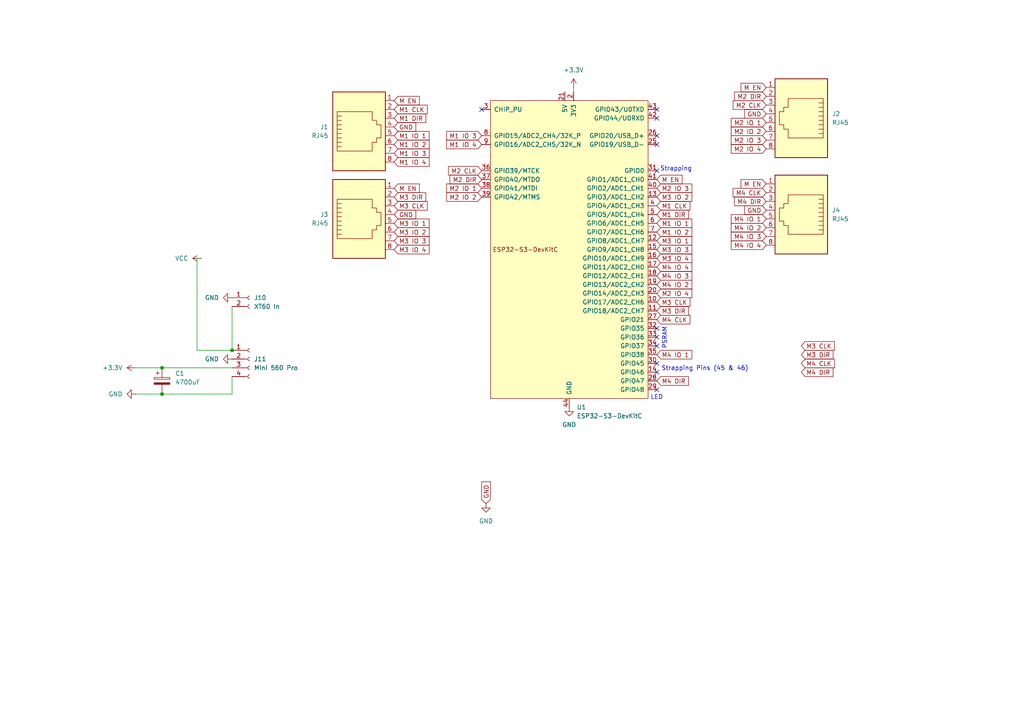
<source format=kicad_sch>
(kicad_sch (version 20231120) (generator "eeschema") (generator_version "8.0")
  (paper "A4")
  (lib_symbols
    (symbol "Connector:Conn_01x02_Socket" (pin_names (offset 1.016) hide)
      (property "Reference" "J" (at 0 2.54 0))
      (property "Value" "Conn_01x02_Socket" (at 0 -5.08 0))
      (symbol "Conn_01x02_Socket_1_1"
        (arc (start 0 -2.032) (mid -0.5058 -2.54) (end 0 -3.048) (stroke (width 0.1524)))
        (polyline (pts (xy -1.27 -2.54) (xy -0.508 -2.54)) (stroke (width 0.1524)))
        (polyline (pts (xy -1.27 0) (xy -0.508 0)) (stroke (width 0.1524)))
        (arc (start 0 0.508) (mid -0.5058 0) (end 0 -0.508) (stroke (width 0.1524)))
        (pin passive line (at -5.08 0 0) (length 3.81) (name "Pin_1") (number "1"))
        (pin passive line (at -5.08 -2.54 0) (length 3.81) (name "Pin_2") (number "2"))
      )
    )
    (symbol "Connector:Conn_01x04_Socket" (pin_names (offset 1.016) hide)
      (property "Reference" "J" (at 0 5.08 0))
      (property "Value" "Conn_01x04_Socket" (at 0 -7.62 0))
      (symbol "Conn_01x04_Socket_1_1"
        (arc (start 0 -4.572) (mid -0.5058 -5.08) (end 0 -5.588) (stroke (width 0.1524)))
        (arc (start 0 -2.032) (mid -0.5058 -2.54) (end 0 -3.048) (stroke (width 0.1524)))
        (polyline (pts (xy -1.27 -5.08) (xy -0.508 -5.08)) (stroke (width 0.1524)))
        (polyline (pts (xy -1.27 -2.54) (xy -0.508 -2.54)) (stroke (width 0.1524)))
        (polyline (pts (xy -1.27 0) (xy -0.508 0)) (stroke (width 0.1524)))
        (polyline (pts (xy -1.27 2.54) (xy -0.508 2.54)) (stroke (width 0.1524)))
        (arc (start 0 0.508) (mid -0.5058 0) (end 0 -0.508) (stroke (width 0.1524)))
        (arc (start 0 3.048) (mid -0.5058 2.54) (end 0 2.032) (stroke (width 0.1524)))
        (pin passive line (at -5.08 2.54 0) (length 3.81) (name "Pin_1") (number "1"))
        (pin passive line (at -5.08 0 0) (length 3.81) (name "Pin_2") (number "2"))
        (pin passive line (at -5.08 -2.54 0) (length 3.81) (name "Pin_3") (number "3"))
        (pin passive line (at -5.08 -5.08 0) (length 3.81) (name "Pin_4") (number "4"))
      )
    )
    (symbol "Connector:RJ45" (pin_names (offset 1.016))
      (property "Reference" "J" (at -5.08 13.97 0))
      (property "Value" "RJ45" (at 2.54 13.97 0))
      (symbol "RJ45_0_1"
        (polyline (pts (xy -5.08 4.445) (xy -6.35 4.445)))
        (polyline (pts (xy -5.08 5.715) (xy -6.35 5.715)))
        (polyline (pts (xy -6.35 -3.175) (xy -5.08 -3.175) (xy -5.08 -3.175)))
        (polyline (pts (xy -6.35 -1.905) (xy -5.08 -1.905) (xy -5.08 -1.905)))
        (polyline (pts (xy -6.35 -0.635) (xy -5.08 -0.635) (xy -5.08 -0.635)))
        (polyline (pts (xy -6.35 0.635) (xy -5.08 0.635) (xy -5.08 0.635)))
        (polyline (pts (xy -6.35 1.905) (xy -5.08 1.905) (xy -5.08 1.905)))
        (polyline (pts (xy -5.08 3.175) (xy -6.35 3.175) (xy -6.35 3.175)))
        (polyline (pts (xy -6.35 -4.445) (xy -6.35 6.985) (xy 3.81 6.985) (xy 3.81 4.445) (xy 5.08 4.445) (xy 5.08 3.175) (xy 6.35 3.175) (xy 6.35 -0.635) (xy 5.08 -0.635) (xy 5.08 -1.905) (xy 3.81 -1.905) (xy 3.81 -4.445) (xy -6.35 -4.445) (xy -6.35 -4.445)))
        (rectangle (start 7.62 12.7) (end -7.62 -10.16) (stroke (width 0.254)) (fill (type background)))
      )
      (symbol "RJ45_1_1"
        (pin passive line (at 10.16 -7.62 180) (length 2.54) (name "~") (number "1"))
        (pin passive line (at 10.16 -5.08 180) (length 2.54) (name "~") (number "2"))
        (pin passive line (at 10.16 -2.54 180) (length 2.54) (name "~") (number "3"))
        (pin passive line (at 10.16 0 180) (length 2.54) (name "~") (number "4"))
        (pin passive line (at 10.16 2.54 180) (length 2.54) (name "~") (number "5"))
        (pin passive line (at 10.16 5.08 180) (length 2.54) (name "~") (number "6"))
        (pin passive line (at 10.16 7.62 180) (length 2.54) (name "~") (number "7"))
        (pin passive line (at 10.16 10.16 180) (length 2.54) (name "~") (number "8"))
      )
    )
    (symbol "Device:C_Polarized" (pin_numbers hide) (pin_names (offset 0.254))
      (property "Reference" "C" (at 0.635 2.54 0))
      (property "Value" "C_Polarized" (at 0.635 -2.54 0))
      (symbol "C_Polarized_0_1"
        (rectangle (start -2.286 0.508) (end 2.286 1.016))
        (polyline (pts (xy -1.778 2.286) (xy -0.762 2.286)))
        (polyline (pts (xy -1.27 2.794) (xy -1.27 1.778)))
        (rectangle (start 2.286 -0.508) (end -2.286 -1.016) (fill (type outline)))
      )
      (symbol "C_Polarized_1_1"
        (pin passive line (at 0 3.81 270) (length 2.794) (name "~") (number "1"))
        (pin passive line (at 0 -3.81 90) (length 2.794) (name "~") (number "2"))
      )
    )
    (symbol "PCM_Espressif:ESP32-S3-DevKitC" (pin_names (offset 1.016))
      (property "Reference" "U" (at -22.86 48.26 0))
      (property "Value" "ESP32-S3-DevKitC" (at -22.86 45.72 0))
      (symbol "ESP32-S3-DevKitC_0_0"
        (text "ESP32-S3-DevKitC" (at -12.7 0 0) (effects (font (size 1.27 1.27))))
        (pin bidirectional line (at 25.4 -35.56 180) (length 2.54) (name "GPIO46") (number "14"))
        (pin bidirectional line (at 25.4 -10.16 180) (length 2.54) (name "GPIO13/ADC2_CH2") (number "19"))
        (pin bidirectional line (at -25.4 15.24 0) (length 2.54) (name "GPIO42/MTMS") (number "39"))
        (pin bidirectional line (at 25.4 17.78 180) (length 2.54) (name "GPIO2/ADC1_CH1") (number "40"))
        (pin bidirectional line (at 25.4 20.32 180) (length 2.54) (name "GPIO1/ADC1_CH0") (number "41"))
        (pin bidirectional line (at 25.4 38.1 180) (length 2.54) (name "GPIO44/U0RXD") (number "42"))
        (pin bidirectional line (at 25.4 40.64 180) (length 2.54) (name "GPIO43/U0TXD") (number "43"))
        (pin power_in line (at 0 -45.72 90) (length 2.54) (name "GND") (number "44"))
      )
      (symbol "ESP32-S3-DevKitC_0_1"
        (rectangle (start -22.86 43.18) (end 22.86 -43.18) (fill (type background)))
        (pin power_in line (at 1.27 45.72 270) (length 2.54) (name "3V3") (number "2"))
      )
      (symbol "ESP32-S3-DevKitC_1_1"
        (pin passive line (at 1.27 45.72 270) (length 2.54) hide (name "3V3") (number "1"))
        (pin bidirectional line (at 25.4 -15.24 180) (length 2.54) (name "GPIO17/ADC2_CH6") (number "10"))
        (pin bidirectional line (at 25.4 -17.78 180) (length 2.54) (name "GPIO18/ADC2_CH7") (number "11"))
        (pin bidirectional line (at 25.4 2.54 180) (length 2.54) (name "GPIO8/ADC1_CH7") (number "12"))
        (pin bidirectional line (at 25.4 15.24 180) (length 2.54) (name "GPIO3/ADC1_CH2") (number "13"))
        (pin bidirectional line (at 25.4 0 180) (length 2.54) (name "GPIO9/ADC1_CH8") (number "15"))
        (pin bidirectional line (at 25.4 -2.54 180) (length 2.54) (name "GPIO10/ADC1_CH9") (number "16"))
        (pin bidirectional line (at 25.4 -5.08 180) (length 2.54) (name "GPIO11/ADC2_CH0") (number "17"))
        (pin bidirectional line (at 25.4 -7.62 180) (length 2.54) (name "GPIO12/ADC2_CH1") (number "18"))
        (pin bidirectional line (at 25.4 -12.7 180) (length 2.54) (name "GPIO14/ADC2_CH3") (number "20"))
        (pin power_in line (at -1.27 45.72 270) (length 2.54) (name "5V") (number "21"))
        (pin passive line (at 0 -45.72 90) (length 2.54) hide (name "GND") (number "22"))
        (pin passive line (at 0 -45.72 90) (length 2.54) hide (name "GND") (number "23"))
        (pin passive line (at 0 -45.72 90) (length 2.54) hide (name "GND") (number "24"))
        (pin bidirectional line (at 25.4 30.48 180) (length 2.54) (name "GPIO19/USB_D-") (number "25"))
        (pin bidirectional line (at 25.4 33.02 180) (length 2.54) (name "GPIO20/USB_D+") (number "26"))
        (pin bidirectional line (at 25.4 -20.32 180) (length 2.54) (name "GPIO21") (number "27"))
        (pin bidirectional line (at 25.4 -38.1 180) (length 2.54) (name "GPIO47") (number "28"))
        (pin bidirectional line (at 25.4 -40.64 180) (length 2.54) (name "GPIO48") (number "29"))
        (pin input line (at -25.4 40.64 0) (length 2.54) (name "CHIP_PU") (number "3"))
        (pin bidirectional line (at 25.4 -33.02 180) (length 2.54) (name "GPIO45") (number "30"))
        (pin bidirectional line (at 25.4 22.86 180) (length 2.54) (name "GPIO0") (number "31"))
        (pin bidirectional line (at 25.4 -22.86 180) (length 2.54) (name "GPIO35") (number "32"))
        (pin bidirectional line (at 25.4 -25.4 180) (length 2.54) (name "GPIO36") (number "33"))
        (pin bidirectional line (at 25.4 -27.94 180) (length 2.54) (name "GPIO37") (number "34"))
        (pin bidirectional line (at 25.4 -30.48 180) (length 2.54) (name "GPIO38") (number "35"))
        (pin bidirectional line (at -25.4 22.86 0) (length 2.54) (name "GPIO39/MTCK") (number "36"))
        (pin bidirectional line (at -25.4 20.32 0) (length 2.54) (name "GPIO40/MTDO") (number "37"))
        (pin bidirectional line (at -25.4 17.78 0) (length 2.54) (name "GPIO41/MTDI") (number "38"))
        (pin bidirectional line (at 25.4 12.7 180) (length 2.54) (name "GPIO4/ADC1_CH3") (number "4"))
        (pin bidirectional line (at 25.4 10.16 180) (length 2.54) (name "GPIO5/ADC1_CH4") (number "5"))
        (pin bidirectional line (at 25.4 7.62 180) (length 2.54) (name "GPIO6/ADC1_CH5") (number "6"))
        (pin bidirectional line (at 25.4 5.08 180) (length 2.54) (name "GPIO7/ADC1_CH6") (number "7"))
        (pin bidirectional line (at -25.4 33.02 0) (length 2.54) (name "GPIO15/ADC2_CH4/32K_P") (number "8"))
        (pin bidirectional line (at -25.4 30.48 0) (length 2.54) (name "GPIO16/ADC2_CH5/32K_N") (number "9"))
      )
    )
    (symbol "power:+3.3V" (power) (pin_numbers hide) (pin_names (offset 0) hide)
      (property "Value" "+3.3V" (at 0 3.556 0))
      (symbol "+3.3V_0_1"
        (polyline (pts (xy -0.762 1.27) (xy 0 2.54)))
        (polyline (pts (xy 0 0) (xy 0 2.54)))
        (polyline (pts (xy 0 2.54) (xy 0.762 1.27)))
      )
      (symbol "+3.3V_1_1"
        (pin power_in line (at 0 0 90) (length 0) (name "~") (number "1"))
      )
    )
    (symbol "power:GND" (power) (pin_numbers hide) (pin_names (offset 0) hide)
      (property "Value" "GND" (at 0 -3.81 0))
      (symbol "GND_0_1"
        (polyline (pts (xy 0 0) (xy 0 -1.27) (xy 1.27 -1.27) (xy 0 -2.54) (xy -1.27 -1.27) (xy 0 -1.27)))
      )
      (symbol "GND_1_1"
        (pin power_in line (at 0 0 270) (length 0) (name "~") (number "1"))
      )
    )
    (symbol "power:VCC" (power) (pin_numbers hide) (pin_names (offset 0) hide)
      (property "Value" "VCC" (at 0 3.556 0))
      (symbol "VCC_0_1"
        (polyline (pts (xy -0.762 1.27) (xy 0 2.54)))
        (polyline (pts (xy 0 0) (xy 0 2.54)))
        (polyline (pts (xy 0 2.54) (xy 0.762 1.27)))
      )
      (symbol "VCC_1_1"
        (pin power_in line (at 0 0 90) (length 0) (name "~") (number "1"))
      )
    )
  )
  (junction (at 46.99 114.3))
  (junction (at 67.31 101.6))
  (junction (at 46.99 106.68))
  (no_connect (at 190.5 31.75))
  (no_connect (at 139.7 31.75))
  (no_connect (at 190.5 97.79))
  (no_connect (at 190.5 49.53))
  (no_connect (at 190.5 113.03))
  (no_connect (at 190.5 107.95))
  (no_connect (at 190.5 95.25))
  (no_connect (at 190.5 39.37))
  (no_connect (at 190.5 100.33))
  (no_connect (at 190.5 34.29))
  (no_connect (at 190.5 41.91))
  (no_connect (at 190.5 105.41))
  (wire (pts (xy 39.37 114.3) (xy 46.99 114.3)))
  (wire (pts (xy 39.37 106.68) (xy 46.99 106.68)))
  (wire (pts (xy 166.37 25.4) (xy 166.37 26.67)))
  (wire (pts (xy 67.31 114.3) (xy 67.31 109.22)))
  (wire (pts (xy 57.15 74.93) (xy 58.42 74.93)))
  (wire (pts (xy 46.99 114.3) (xy 67.31 114.3)))
  (wire (pts (xy 67.31 88.9) (xy 67.31 101.6)))
  (wire (pts (xy 57.15 74.93) (xy 57.15 101.6)))
  (wire (pts (xy 67.31 101.6) (xy 57.15 101.6)))
  (wire (pts (xy 46.99 106.68) (xy 67.31 106.68)))
  (text "LED\n" (at 190.5 115.316 0) (effects (font (size 1.27 1.27))))
  (text "Strapping Pins (45 & 46)" (at 204.47 106.934 0) (effects (font (size 1.27 1.27))))
  (text "PSRAM" (at 192.786 98.044 90) (effects (font (size 1.27 1.27))))
  (text "Strapping" (at 196.088 49.022 0) (effects (font (size 1.27 1.27))))
  (global_label "M2 IO 3" (shape input) (at 190.5 54.61 0) (property "Intersheetrefs" "${INTERSHEET_REFS}" (effects (hide yes))))
  (global_label "M3 DIR" (shape input) (at 190.5 90.17 0) (property "Intersheetrefs" "${INTERSHEET_REFS}" (effects (hide yes))))
  (global_label "M2 CLK" (shape input) (at 139.7 49.53 180) (property "Intersheetrefs" "${INTERSHEET_REFS}" (effects (hide yes))))
  (global_label "M2 IO 1" (shape input) (at 139.7 54.61 180) (property "Intersheetrefs" "${INTERSHEET_REFS}" (effects (hide yes))))
  (global_label "M4 IO 2" (shape input) (at 190.5 82.55 0) (property "Intersheetrefs" "${INTERSHEET_REFS}" (effects (hide yes))))
  (global_label "M2 IO 4" (shape input) (at 190.5 85.09 0) (property "Intersheetrefs" "${INTERSHEET_REFS}" (effects (hide yes))))
  (global_label "M EN" (shape input) (at 222.25 25.4 180) (property "Intersheetrefs" "${INTERSHEET_REFS}" (effects (hide yes))))
  (global_label "M2 IO 4" (shape input) (at 222.25 43.18 180) (property "Intersheetrefs" "${INTERSHEET_REFS}" (effects (hide yes))))
  (global_label "M EN" (shape input) (at 114.3 54.61 0) (property "Intersheetrefs" "${INTERSHEET_REFS}" (effects (hide yes))))
  (global_label "M3 IO 4" (shape input) (at 114.3 72.39 0) (property "Intersheetrefs" "${INTERSHEET_REFS}" (effects (hide yes))))
  (global_label "GND" (shape input) (at 114.3 36.83 0) (property "Intersheetrefs" "${INTERSHEET_REFS}" (effects (hide yes))))
  (global_label "M4 CLK" (shape input) (at 232.41 105.41 0) (property "Intersheetrefs" "${INTERSHEET_REFS}" (effects (hide yes))))
  (global_label "M3 IO 1" (shape input) (at 190.5 69.85 0) (property "Intersheetrefs" "${INTERSHEET_REFS}" (effects (hide yes))))
  (global_label "M4 IO 2" (shape input) (at 222.25 66.04 180) (property "Intersheetrefs" "${INTERSHEET_REFS}" (effects (hide yes))))
  (global_label "M4 CLK" (shape input) (at 222.25 55.88 180) (property "Intersheetrefs" "${INTERSHEET_REFS}" (effects (hide yes))))
  (global_label "M1 IO 2" (shape input) (at 114.3 41.91 0) (property "Intersheetrefs" "${INTERSHEET_REFS}" (effects (hide yes))))
  (global_label "M1 IO 3" (shape input) (at 139.7 39.37 180) (property "Intersheetrefs" "${INTERSHEET_REFS}" (effects (hide yes))))
  (global_label "M1 IO 1" (shape input) (at 190.5 64.77 0) (property "Intersheetrefs" "${INTERSHEET_REFS}" (effects (hide yes))))
  (global_label "M EN" (shape input) (at 114.3 29.21 0) (property "Intersheetrefs" "${INTERSHEET_REFS}" (effects (hide yes))))
  (global_label "M3 CLK" (shape input) (at 190.5 87.63 0) (property "Intersheetrefs" "${INTERSHEET_REFS}" (effects (hide yes))))
  (global_label "M3 CLK" (shape input) (at 114.3 59.69 0) (property "Intersheetrefs" "${INTERSHEET_REFS}" (effects (hide yes))))
  (global_label "M2 IO 3" (shape input) (at 222.25 40.64 180) (property "Intersheetrefs" "${INTERSHEET_REFS}" (effects (hide yes))))
  (global_label "M3 IO 4" (shape input) (at 190.5 74.93 0) (property "Intersheetrefs" "${INTERSHEET_REFS}" (effects (hide yes))))
  (global_label "M4 IO 1" (shape input) (at 190.5 102.87 0) (property "Intersheetrefs" "${INTERSHEET_REFS}" (effects (hide yes))))
  (global_label "M EN" (shape input) (at 190.5 52.07 0) (property "Intersheetrefs" "${INTERSHEET_REFS}" (effects (hide yes))))
  (global_label "M EN" (shape input) (at 222.25 53.34 180) (property "Intersheetrefs" "${INTERSHEET_REFS}" (effects (hide yes))))
  (global_label "M1 IO 3" (shape input) (at 114.3 44.45 0) (property "Intersheetrefs" "${INTERSHEET_REFS}" (effects (hide yes))))
  (global_label "M1 CLK" (shape input) (at 190.5 59.69 0) (property "Intersheetrefs" "${INTERSHEET_REFS}" (effects (hide yes))))
  (global_label "M3 IO 2" (shape input) (at 190.5 57.15 0) (property "Intersheetrefs" "${INTERSHEET_REFS}" (effects (hide yes))))
  (global_label "M1 DIR" (shape input) (at 114.3 34.29 0) (property "Intersheetrefs" "${INTERSHEET_REFS}" (effects (hide yes))))
  (global_label "M3 IO 3" (shape input) (at 190.5 72.39 0) (property "Intersheetrefs" "${INTERSHEET_REFS}" (effects (hide yes))))
  (global_label "M1 IO 4" (shape input) (at 114.3 46.99 0) (property "Intersheetrefs" "${INTERSHEET_REFS}" (effects (hide yes))))
  (global_label "M2 DIR" (shape input) (at 222.25 27.94 180) (property "Intersheetrefs" "${INTERSHEET_REFS}" (effects (hide yes))))
  (global_label "M4 IO 3" (shape input) (at 190.5 80.01 0) (property "Intersheetrefs" "${INTERSHEET_REFS}" (effects (hide yes))))
  (global_label "M3 IO 3" (shape input) (at 114.3 69.85 0) (property "Intersheetrefs" "${INTERSHEET_REFS}" (effects (hide yes))))
  (global_label "M3 CLK" (shape input) (at 232.41 100.33 0) (property "Intersheetrefs" "${INTERSHEET_REFS}" (effects (hide yes))))
  (global_label "M1 CLK" (shape input) (at 114.3 31.75 0) (property "Intersheetrefs" "${INTERSHEET_REFS}" (effects (hide yes))))
  (global_label "M1 IO 4" (shape input) (at 139.7 41.91 180) (property "Intersheetrefs" "${INTERSHEET_REFS}" (effects (hide yes))))
  (global_label "M2 IO 2" (shape input) (at 139.7 57.15 180) (property "Intersheetrefs" "${INTERSHEET_REFS}" (effects (hide yes))))
  (global_label "GND" (shape input) (at 114.3 62.23 0) (property "Intersheetrefs" "${INTERSHEET_REFS}" (effects (hide yes))))
  (global_label "M4 IO 1" (shape input) (at 222.25 63.5 180) (property "Intersheetrefs" "${INTERSHEET_REFS}" (effects (hide yes))))
  (global_label "M2 CLK" (shape input) (at 222.25 30.48 180) (property "Intersheetrefs" "${INTERSHEET_REFS}" (effects (hide yes))))
  (global_label "M4 DIR" (shape input) (at 232.41 107.95 0) (property "Intersheetrefs" "${INTERSHEET_REFS}" (effects (hide yes))))
  (global_label "M3 IO 1" (shape input) (at 114.3 64.77 0) (property "Intersheetrefs" "${INTERSHEET_REFS}" (effects (hide yes))))
  (global_label "M4 IO 4" (shape input) (at 222.25 71.12 180) (property "Intersheetrefs" "${INTERSHEET_REFS}" (effects (hide yes))))
  (global_label "M1 IO 1" (shape input) (at 114.3 39.37 0) (property "Intersheetrefs" "${INTERSHEET_REFS}" (effects (hide yes))))
  (global_label "M3 IO 2" (shape input) (at 114.3 67.31 0) (property "Intersheetrefs" "${INTERSHEET_REFS}" (effects (hide yes))))
  (global_label "M4 IO 3" (shape input) (at 222.25 68.58 180) (property "Intersheetrefs" "${INTERSHEET_REFS}" (effects (hide yes))))
  (global_label "M2 DIR" (shape input) (at 139.7 52.07 180) (property "Intersheetrefs" "${INTERSHEET_REFS}" (effects (hide yes))))
  (global_label "M4 DIR" (shape input) (at 222.25 58.42 180) (property "Intersheetrefs" "${INTERSHEET_REFS}" (effects (hide yes))))
  (global_label "GND" (shape input) (at 140.97 146.05 90) (property "Intersheetrefs" "${INTERSHEET_REFS}" (effects (hide yes))))
  (global_label "M4 DIR" (shape input) (at 190.5 110.49 0) (property "Intersheetrefs" "${INTERSHEET_REFS}" (effects (hide yes))))
  (global_label "M4 IO 4" (shape input) (at 190.5 77.47 0) (property "Intersheetrefs" "${INTERSHEET_REFS}" (effects (hide yes))))
  (global_label "GND" (shape input) (at 222.25 33.02 180) (property "Intersheetrefs" "${INTERSHEET_REFS}" (effects (hide yes))))
  (global_label "M2 IO 2" (shape input) (at 222.25 38.1 180) (property "Intersheetrefs" "${INTERSHEET_REFS}" (effects (hide yes))))
  (global_label "M1 DIR" (shape input) (at 190.5 62.23 0) (property "Intersheetrefs" "${INTERSHEET_REFS}" (effects (hide yes))))
  (global_label "M4 CLK" (shape input) (at 190.5 92.71 0) (property "Intersheetrefs" "${INTERSHEET_REFS}" (effects (hide yes))))
  (global_label "M3 DIR" (shape input) (at 114.3 57.15 0) (property "Intersheetrefs" "${INTERSHEET_REFS}" (effects (hide yes))))
  (global_label "M1 IO 2" (shape input) (at 190.5 67.31 0) (property "Intersheetrefs" "${INTERSHEET_REFS}" (effects (hide yes))))
  (global_label "M2 IO 1" (shape input) (at 222.25 35.56 180) (property "Intersheetrefs" "${INTERSHEET_REFS}" (effects (hide yes))))
  (global_label "M3 DIR" (shape input) (at 232.41 102.87 0) (property "Intersheetrefs" "${INTERSHEET_REFS}" (effects (hide yes))))
  (global_label "GND" (shape input) (at 222.25 60.96 180) (property "Intersheetrefs" "${INTERSHEET_REFS}" (effects (hide yes))))
  (symbol (lib_id "Connector:RJ45") (at 104.14 36.83 0) (mirror x) (unit 1)
    (property "Reference" "J1" (at 95.25 36.8299 0) (effects (justify right)))
    (property "Value" "RJ45" (at 95.25 39.3699 0) (effects (justify right)))
    (property "Footprint" "SamacSys_Parts:RJ458N3S" (effects (hide yes)))
    (property "Description" "RJ connector, 8P8C (8 positions 8 connected)" (effects (hide yes)))
  )
  (symbol (lib_id "power:GND") (at 39.37 114.3 270) (unit 1)
    (property "Reference" "#PWR05" (effects (hide yes)))
    (property "Value" "GND" (at 35.56 114.2999 90) (effects (justify right)))
    (property "Description" "Power symbol creates a global label with name \"GND\" , ground" (effects (hide yes)))
  )
  (symbol (lib_id "power:VCC") (at 58.42 74.93 90) (unit 1)
    (property "Reference" "#PWR01" (effects (hide yes)))
    (property "Value" "VCC" (at 54.61 74.9299 90) (effects (justify left)))
    (property "Description" "Power symbol creates a global label with name \"VCC\"" (effects (hide yes)))
  )
  (symbol (lib_id "power:GND") (at 165.1 118.11 0) (unit 1)
    (property "Reference" "#PWR06" (effects (hide yes)))
    (property "Value" "GND" (at 165.1 123.19 0))
    (property "Description" "Power symbol creates a global label with name \"GND\" , ground" (effects (hide yes)))
  )
  (symbol (lib_id "power:GND") (at 67.31 104.14 270) (unit 1)
    (property "Reference" "#PWR03" (effects (hide yes)))
    (property "Value" "GND" (at 63.5 104.1399 90) (effects (justify right)))
    (property "Description" "Power symbol creates a global label with name \"GND\" , ground" (effects (hide yes)))
  )
  (symbol (lib_id "Connector:RJ45") (at 104.14 62.23 0) (mirror x) (unit 1)
    (property "Reference" "J3" (at 95.25 62.2299 0) (effects (justify right)))
    (property "Value" "RJ45" (at 95.25 64.7699 0) (effects (justify right)))
    (property "Footprint" "SamacSys_Parts:RJ458N3S" (effects (hide yes)))
    (property "Description" "RJ connector, 8P8C (8 positions 8 connected)" (effects (hide yes)))
  )
  (symbol (lib_id "Connector:Conn_01x04_Socket") (at 72.39 104.14 0) (unit 1)
    (property "Reference" "J11" (at 73.66 104.1399 0) (effects (justify left)))
    (property "Value" "Mini 560 Pro" (at 73.66 106.6799 0) (effects (justify left)))
    (property "Footprint" "Explorer:Mini 560 Pro" (effects (hide yes)))
    (property "Description" "Generic connector, single row, 01x04, script generated" (effects (hide yes)))
  )
  (symbol (lib_id "power:GND") (at 140.97 146.05 0) (unit 1)
    (property "Reference" "#PWR08" (effects (hide yes)))
    (property "Value" "GND" (at 140.97 151.13 0))
    (property "Description" "Power symbol creates a global label with name \"GND\" , ground" (effects (hide yes)))
  )
  (symbol (lib_id "Device:C_Polarized") (at 46.99 110.49 0) (unit 1)
    (property "Reference" "C1" (at 50.8 108.3309 0) (effects (justify left)))
    (property "Value" "4700uF" (at 50.8 110.8709 0) (effects (justify left)))
    (property "Footprint" "Capacitor_THT:CP_Radial_D16.0mm_P7.50mm" (effects (hide yes)))
    (property "Description" "Polarized capacitor" (effects (hide yes)))
  )
  (symbol (lib_id "Connector:Conn_01x02_Socket") (at 72.39 86.36 0) (unit 1)
    (property "Reference" "J10" (at 73.66 86.3599 0) (effects (justify left)))
    (property "Value" "XT60 In" (at 73.66 88.8999 0) (effects (justify left)))
    (property "Footprint" "Connector_AMASS:AMASS_XT60-M_1x02_P7.20mm_Vertical" (effects (hide yes)))
    (property "Description" "Generic connector, single row, 01x02, script generated" (effects (hide yes)))
  )
  (symbol (lib_id "Connector:RJ45") (at 232.41 33.02 180) (unit 1)
    (property "Reference" "J2" (at 241.3 33.0199 0) (effects (justify right)))
    (property "Value" "RJ45" (at 241.3 35.5599 0) (effects (justify right)))
    (property "Footprint" "SamacSys_Parts:RJ458N3S" (effects (hide yes)))
    (property "Description" "RJ connector, 8P8C (8 positions 8 connected)" (effects (hide yes)))
  )
  (symbol (lib_id "Connector:RJ45") (at 232.41 60.96 180) (unit 1)
    (property "Reference" "J4" (at 241.3 60.9599 0) (effects (justify right)))
    (property "Value" "RJ45" (at 241.3 63.4999 0) (effects (justify right)))
    (property "Footprint" "SamacSys_Parts:RJ458N3S" (effects (hide yes)))
    (property "Description" "RJ connector, 8P8C (8 positions 8 connected)" (effects (hide yes)))
  )
  (symbol (lib_id "power:GND") (at 67.31 86.36 270) (unit 1)
    (property "Reference" "#PWR02" (effects (hide yes)))
    (property "Value" "GND" (at 63.5 86.3599 90) (effects (justify right)))
    (property "Description" "Power symbol creates a global label with name \"GND\" , ground" (effects (hide yes)))
  )
  (symbol (lib_id "power:+3.3V") (at 166.37 25.4 0) (unit 1)
    (property "Reference" "#PWR07" (effects (hide yes)))
    (property "Value" "+3.3V" (at 166.37 20.32 0))
    (property "Description" "Power symbol creates a global label with name \"+3.3V\"" (effects (hide yes)))
  )
  (symbol (lib_id "PCM_Espressif:ESP32-S3-DevKitC") (at 165.1 72.39 0) (unit 1)
    (property "Reference" "U1" (at 167.2941 118.11 0) (effects (justify left)))
    (property "Value" "ESP32-S3-DevKitC" (at 167.2941 120.65 0) (effects (justify left)))
    (property "Footprint" "Explorer:ESP32-S3-DevKitC AliExpress" (effects (hide yes)))
    (property "Description" "ESP32-S3-DevKitC" (effects (hide yes)))
  )
  (symbol (lib_id "power:+3.3V") (at 39.37 106.68 90) (unit 1)
    (property "Reference" "#PWR04" (effects (hide yes)))
    (property "Value" "+3.3V" (at 35.56 106.6799 90) (effects (justify left)))
    (property "Description" "Power symbol creates a global label with name \"+3.3V\"" (effects (hide yes)))
  )
)
</source>
